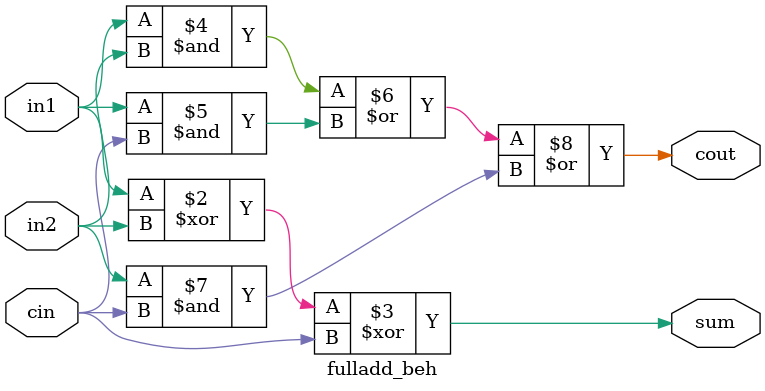
<source format=v>
module fulladd_beh(in1,in2,cin,sum,cout);
input in1,in2,cin;
output sum,cout;
reg sum, cout;
always@(in1 or in2 or cin)begin
sum=in1^in2^cin;
cout= (in1&in2)|(in1&cin)|(in2&cin);
end 
endmodule

</source>
